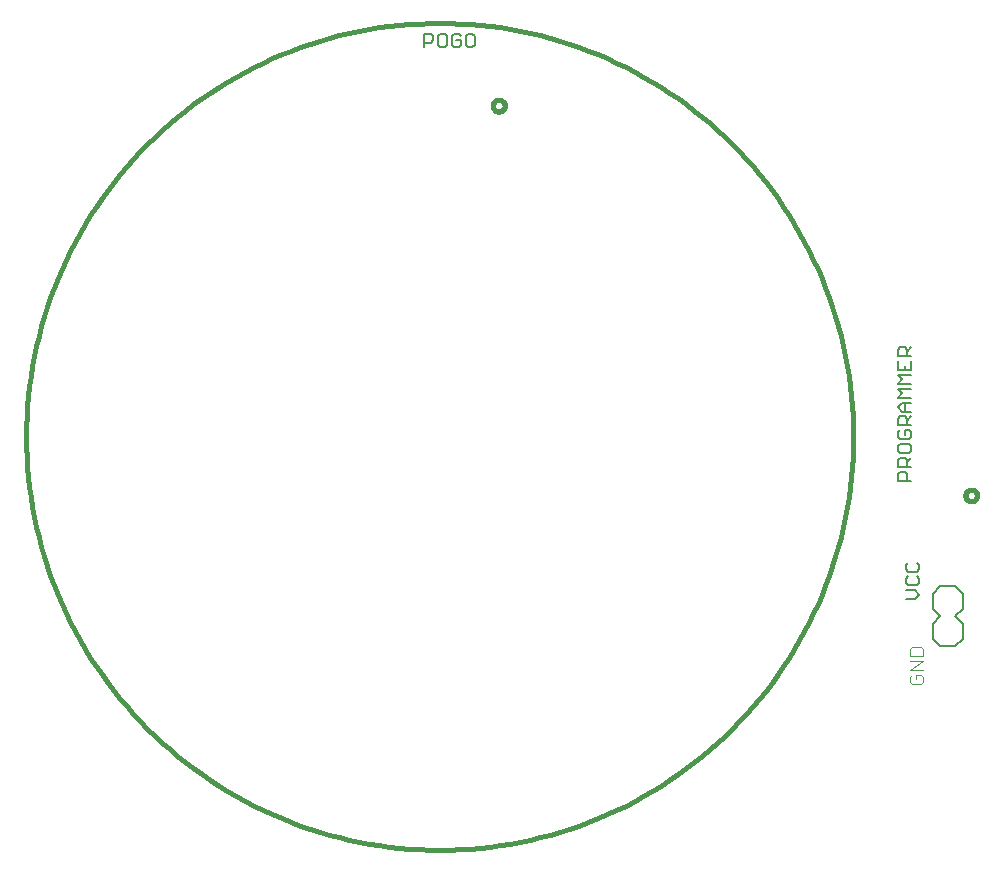
<source format=gto>
G75*
%MOIN*%
%OFA0B0*%
%FSLAX24Y24*%
%IPPOS*%
%LPD*%
%AMOC8*
5,1,8,0,0,1.08239X$1,22.5*
%
%ADD10C,0.0160*%
%ADD11C,0.0040*%
%ADD12C,0.0050*%
%ADD13C,0.0080*%
D10*
X005298Y019471D02*
X005302Y019809D01*
X005315Y020147D01*
X005335Y020485D01*
X005364Y020822D01*
X005402Y021158D01*
X005447Y021493D01*
X005501Y021827D01*
X005563Y022159D01*
X005633Y022490D01*
X005711Y022819D01*
X005797Y023146D01*
X005891Y023471D01*
X005994Y023794D01*
X006104Y024113D01*
X006221Y024430D01*
X006347Y024744D01*
X006480Y025055D01*
X006621Y025363D01*
X006769Y025667D01*
X006925Y025967D01*
X007088Y026263D01*
X007258Y026555D01*
X007436Y026843D01*
X007620Y027127D01*
X007812Y027406D01*
X008010Y027680D01*
X008215Y027949D01*
X008426Y028213D01*
X008644Y028472D01*
X008868Y028725D01*
X009098Y028973D01*
X009334Y029215D01*
X009576Y029451D01*
X009824Y029681D01*
X010077Y029905D01*
X010336Y030123D01*
X010600Y030334D01*
X010869Y030539D01*
X011143Y030737D01*
X011422Y030929D01*
X011706Y031113D01*
X011994Y031291D01*
X012286Y031461D01*
X012582Y031624D01*
X012882Y031780D01*
X013186Y031928D01*
X013494Y032069D01*
X013805Y032202D01*
X014119Y032328D01*
X014436Y032445D01*
X014755Y032555D01*
X015078Y032658D01*
X015403Y032752D01*
X015730Y032838D01*
X016059Y032916D01*
X016390Y032986D01*
X016722Y033048D01*
X017056Y033102D01*
X017391Y033147D01*
X017727Y033185D01*
X018064Y033214D01*
X018402Y033234D01*
X018740Y033247D01*
X019078Y033251D01*
X019416Y033247D01*
X019754Y033234D01*
X020092Y033214D01*
X020429Y033185D01*
X020765Y033147D01*
X021100Y033102D01*
X021434Y033048D01*
X021766Y032986D01*
X022097Y032916D01*
X022426Y032838D01*
X022753Y032752D01*
X023078Y032658D01*
X023401Y032555D01*
X023720Y032445D01*
X024037Y032328D01*
X024351Y032202D01*
X024662Y032069D01*
X024970Y031928D01*
X025274Y031780D01*
X025574Y031624D01*
X025870Y031461D01*
X026162Y031291D01*
X026450Y031113D01*
X026734Y030929D01*
X027013Y030737D01*
X027287Y030539D01*
X027556Y030334D01*
X027820Y030123D01*
X028079Y029905D01*
X028332Y029681D01*
X028580Y029451D01*
X028822Y029215D01*
X029058Y028973D01*
X029288Y028725D01*
X029512Y028472D01*
X029730Y028213D01*
X029941Y027949D01*
X030146Y027680D01*
X030344Y027406D01*
X030536Y027127D01*
X030720Y026843D01*
X030898Y026555D01*
X031068Y026263D01*
X031231Y025967D01*
X031387Y025667D01*
X031535Y025363D01*
X031676Y025055D01*
X031809Y024744D01*
X031935Y024430D01*
X032052Y024113D01*
X032162Y023794D01*
X032265Y023471D01*
X032359Y023146D01*
X032445Y022819D01*
X032523Y022490D01*
X032593Y022159D01*
X032655Y021827D01*
X032709Y021493D01*
X032754Y021158D01*
X032792Y020822D01*
X032821Y020485D01*
X032841Y020147D01*
X032854Y019809D01*
X032858Y019471D01*
X032854Y019133D01*
X032841Y018795D01*
X032821Y018457D01*
X032792Y018120D01*
X032754Y017784D01*
X032709Y017449D01*
X032655Y017115D01*
X032593Y016783D01*
X032523Y016452D01*
X032445Y016123D01*
X032359Y015796D01*
X032265Y015471D01*
X032162Y015148D01*
X032052Y014829D01*
X031935Y014512D01*
X031809Y014198D01*
X031676Y013887D01*
X031535Y013579D01*
X031387Y013275D01*
X031231Y012975D01*
X031068Y012679D01*
X030898Y012387D01*
X030720Y012099D01*
X030536Y011815D01*
X030344Y011536D01*
X030146Y011262D01*
X029941Y010993D01*
X029730Y010729D01*
X029512Y010470D01*
X029288Y010217D01*
X029058Y009969D01*
X028822Y009727D01*
X028580Y009491D01*
X028332Y009261D01*
X028079Y009037D01*
X027820Y008819D01*
X027556Y008608D01*
X027287Y008403D01*
X027013Y008205D01*
X026734Y008013D01*
X026450Y007829D01*
X026162Y007651D01*
X025870Y007481D01*
X025574Y007318D01*
X025274Y007162D01*
X024970Y007014D01*
X024662Y006873D01*
X024351Y006740D01*
X024037Y006614D01*
X023720Y006497D01*
X023401Y006387D01*
X023078Y006284D01*
X022753Y006190D01*
X022426Y006104D01*
X022097Y006026D01*
X021766Y005956D01*
X021434Y005894D01*
X021100Y005840D01*
X020765Y005795D01*
X020429Y005757D01*
X020092Y005728D01*
X019754Y005708D01*
X019416Y005695D01*
X019078Y005691D01*
X018740Y005695D01*
X018402Y005708D01*
X018064Y005728D01*
X017727Y005757D01*
X017391Y005795D01*
X017056Y005840D01*
X016722Y005894D01*
X016390Y005956D01*
X016059Y006026D01*
X015730Y006104D01*
X015403Y006190D01*
X015078Y006284D01*
X014755Y006387D01*
X014436Y006497D01*
X014119Y006614D01*
X013805Y006740D01*
X013494Y006873D01*
X013186Y007014D01*
X012882Y007162D01*
X012582Y007318D01*
X012286Y007481D01*
X011994Y007651D01*
X011706Y007829D01*
X011422Y008013D01*
X011143Y008205D01*
X010869Y008403D01*
X010600Y008608D01*
X010336Y008819D01*
X010077Y009037D01*
X009824Y009261D01*
X009576Y009491D01*
X009334Y009727D01*
X009098Y009969D01*
X008868Y010217D01*
X008644Y010470D01*
X008426Y010729D01*
X008215Y010993D01*
X008010Y011262D01*
X007812Y011536D01*
X007620Y011815D01*
X007436Y012099D01*
X007258Y012387D01*
X007088Y012679D01*
X006925Y012975D01*
X006769Y013275D01*
X006621Y013579D01*
X006480Y013887D01*
X006347Y014198D01*
X006221Y014512D01*
X006104Y014829D01*
X005994Y015148D01*
X005891Y015471D01*
X005797Y015796D01*
X005711Y016123D01*
X005633Y016452D01*
X005563Y016783D01*
X005501Y017115D01*
X005447Y017449D01*
X005402Y017784D01*
X005364Y018120D01*
X005335Y018457D01*
X005315Y018795D01*
X005302Y019133D01*
X005298Y019471D01*
X020849Y030495D02*
X020851Y030522D01*
X020857Y030549D01*
X020866Y030575D01*
X020879Y030599D01*
X020895Y030622D01*
X020914Y030641D01*
X020936Y030658D01*
X020960Y030672D01*
X020985Y030682D01*
X021012Y030689D01*
X021039Y030692D01*
X021067Y030691D01*
X021094Y030686D01*
X021120Y030678D01*
X021144Y030666D01*
X021167Y030650D01*
X021188Y030632D01*
X021205Y030611D01*
X021220Y030587D01*
X021231Y030562D01*
X021239Y030536D01*
X021243Y030509D01*
X021243Y030481D01*
X021239Y030454D01*
X021231Y030428D01*
X021220Y030403D01*
X021205Y030379D01*
X021188Y030358D01*
X021167Y030340D01*
X021145Y030324D01*
X021120Y030312D01*
X021094Y030304D01*
X021067Y030299D01*
X021039Y030298D01*
X021012Y030301D01*
X020985Y030308D01*
X020960Y030318D01*
X020936Y030332D01*
X020914Y030349D01*
X020895Y030368D01*
X020879Y030391D01*
X020866Y030415D01*
X020857Y030441D01*
X020851Y030468D01*
X020849Y030495D01*
X036597Y017503D02*
X036599Y017530D01*
X036605Y017557D01*
X036614Y017583D01*
X036627Y017607D01*
X036643Y017630D01*
X036662Y017649D01*
X036684Y017666D01*
X036708Y017680D01*
X036733Y017690D01*
X036760Y017697D01*
X036787Y017700D01*
X036815Y017699D01*
X036842Y017694D01*
X036868Y017686D01*
X036892Y017674D01*
X036915Y017658D01*
X036936Y017640D01*
X036953Y017619D01*
X036968Y017595D01*
X036979Y017570D01*
X036987Y017544D01*
X036991Y017517D01*
X036991Y017489D01*
X036987Y017462D01*
X036979Y017436D01*
X036968Y017411D01*
X036953Y017387D01*
X036936Y017366D01*
X036915Y017348D01*
X036893Y017332D01*
X036868Y017320D01*
X036842Y017312D01*
X036815Y017307D01*
X036787Y017306D01*
X036760Y017309D01*
X036733Y017316D01*
X036708Y017326D01*
X036684Y017340D01*
X036662Y017357D01*
X036643Y017376D01*
X036627Y017399D01*
X036614Y017423D01*
X036605Y017449D01*
X036599Y017476D01*
X036597Y017503D01*
D11*
X035123Y012451D02*
X034816Y012451D01*
X034739Y012375D01*
X034739Y012144D01*
X035199Y012144D01*
X035199Y012375D01*
X035123Y012451D01*
X035199Y011991D02*
X034739Y011991D01*
X034739Y011684D02*
X035199Y011991D01*
X035199Y011684D02*
X034739Y011684D01*
X034816Y011531D02*
X034739Y011454D01*
X034739Y011300D01*
X034816Y011224D01*
X035123Y011224D01*
X035199Y011300D01*
X035199Y011454D01*
X035123Y011531D01*
X034969Y011531D01*
X034969Y011377D01*
D12*
X034915Y014045D02*
X034615Y014045D01*
X034915Y014045D02*
X035065Y014195D01*
X034915Y014345D01*
X034615Y014345D01*
X034690Y014505D02*
X034615Y014581D01*
X034615Y014731D01*
X034690Y014806D01*
X034690Y014966D02*
X034615Y015041D01*
X034615Y015191D01*
X034690Y015266D01*
X034990Y015266D02*
X035065Y015191D01*
X035065Y015041D01*
X034990Y014966D01*
X034690Y014966D01*
X034990Y014806D02*
X035065Y014731D01*
X035065Y014581D01*
X034990Y014505D01*
X034690Y014505D01*
X034649Y017996D02*
X034649Y018222D01*
X034574Y018297D01*
X034423Y018297D01*
X034348Y018222D01*
X034348Y017996D01*
X034799Y017996D01*
X034799Y018457D02*
X034348Y018457D01*
X034348Y018682D01*
X034423Y018757D01*
X034574Y018757D01*
X034649Y018682D01*
X034649Y018457D01*
X034649Y018607D02*
X034799Y018757D01*
X034724Y018917D02*
X034799Y018992D01*
X034799Y019142D01*
X034724Y019217D01*
X034423Y019217D01*
X034348Y019142D01*
X034348Y018992D01*
X034423Y018917D01*
X034724Y018917D01*
X034724Y019378D02*
X034423Y019378D01*
X034348Y019453D01*
X034348Y019603D01*
X034423Y019678D01*
X034574Y019678D02*
X034574Y019528D01*
X034574Y019678D02*
X034724Y019678D01*
X034799Y019603D01*
X034799Y019453D01*
X034724Y019378D01*
X034799Y019838D02*
X034348Y019838D01*
X034348Y020063D01*
X034423Y020138D01*
X034574Y020138D01*
X034649Y020063D01*
X034649Y019838D01*
X034649Y019988D02*
X034799Y020138D01*
X034799Y020298D02*
X034498Y020298D01*
X034348Y020448D01*
X034498Y020599D01*
X034799Y020599D01*
X034799Y020759D02*
X034348Y020759D01*
X034498Y020909D01*
X034348Y021059D01*
X034799Y021059D01*
X034799Y021219D02*
X034348Y021219D01*
X034498Y021369D01*
X034348Y021519D01*
X034799Y021519D01*
X034799Y021679D02*
X034348Y021679D01*
X034348Y021980D01*
X034348Y022140D02*
X034348Y022365D01*
X034423Y022440D01*
X034574Y022440D01*
X034649Y022365D01*
X034649Y022140D01*
X034799Y022140D02*
X034348Y022140D01*
X034649Y022290D02*
X034799Y022440D01*
X034799Y021980D02*
X034799Y021679D01*
X034574Y021679D02*
X034574Y021830D01*
X034574Y020599D02*
X034574Y020298D01*
X020246Y032526D02*
X020171Y032451D01*
X020020Y032451D01*
X019945Y032526D01*
X019945Y032826D01*
X020020Y032901D01*
X020171Y032901D01*
X020246Y032826D01*
X020246Y032526D01*
X019785Y032526D02*
X019710Y032451D01*
X019560Y032451D01*
X019485Y032526D01*
X019485Y032826D01*
X019560Y032901D01*
X019710Y032901D01*
X019785Y032826D01*
X019785Y032676D02*
X019635Y032676D01*
X019785Y032676D02*
X019785Y032526D01*
X019325Y032526D02*
X019250Y032451D01*
X019100Y032451D01*
X019025Y032526D01*
X019025Y032826D01*
X019100Y032901D01*
X019250Y032901D01*
X019325Y032826D01*
X019325Y032526D01*
X018864Y032676D02*
X018789Y032601D01*
X018564Y032601D01*
X018564Y032451D02*
X018564Y032901D01*
X018789Y032901D01*
X018864Y032826D01*
X018864Y032676D01*
D13*
X035757Y014475D02*
X036257Y014475D01*
X036507Y014225D01*
X036507Y013725D01*
X036257Y013475D01*
X036507Y013225D01*
X036507Y012725D01*
X036257Y012475D01*
X035757Y012475D01*
X035507Y012725D01*
X035507Y013225D01*
X035757Y013475D01*
X035507Y013725D01*
X035507Y014225D01*
X035757Y014475D01*
M02*

</source>
